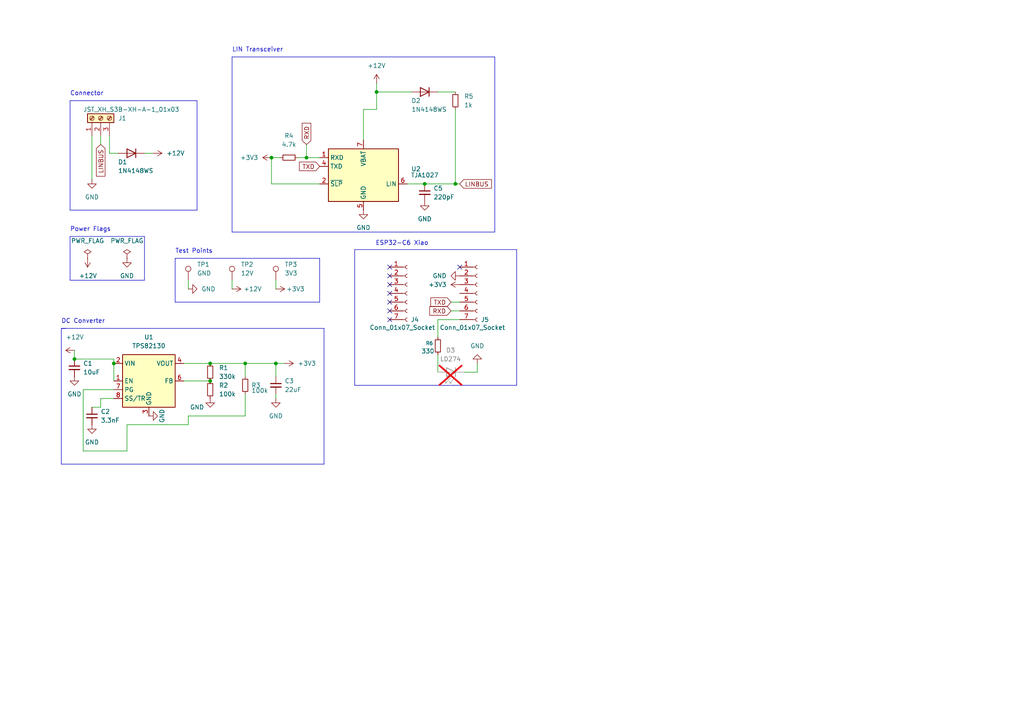
<source format=kicad_sch>
(kicad_sch (version 20250114) (generator "eeschema") (generator_version "9.0")
  (paper "A4")
  (title_block (title "ESP32 DevKit LG HVAC Controller Board") (date "2025-05-03") (rev "1.1"))
  (lib_symbols
    (symbol "Connector:Conn_01x07_Socket" (pin_names (offset 1.016) (hide yes))
      (property "Reference" "J" (at 0 10.16 0))
      (property "Value" "Conn_01x07_Socket" (at 0 -10.16 0))
      (symbol "Conn_01x07_Socket_1_1"
        (polyline (pts (xy -1.27 7.62) (xy -0.508 7.62)) (stroke (width 0.1524)))
        (polyline (pts (xy -1.27 5.08) (xy -0.508 5.08)) (stroke (width 0.1524)))
        (polyline (pts (xy -1.27 2.54) (xy -0.508 2.54)) (stroke (width 0.1524)))
        (polyline (pts (xy -1.27 0) (xy -0.508 0)) (stroke (width 0.1524)))
        (polyline (pts (xy -1.27 -2.54) (xy -0.508 -2.54)) (stroke (width 0.1524)))
        (polyline (pts (xy -1.27 -5.08) (xy -0.508 -5.08)) (stroke (width 0.1524)))
        (polyline (pts (xy -1.27 -7.62) (xy -0.508 -7.62)) (stroke (width 0.1524)))
        (arc (start 0 7.112) (mid -0.5058 7.62) (end 0 8.128) (stroke (width 0.1524)))
        (arc (start 0 4.572) (mid -0.5058 5.08) (end 0 5.588) (stroke (width 0.1524)))
        (arc (start 0 2.032) (mid -0.5058 2.54) (end 0 3.048) (stroke (width 0.1524)))
        (arc (start 0 -0.508) (mid -0.5058 0) (end 0 0.508) (stroke (width 0.1524)))
        (arc (start 0 -3.048) (mid -0.5058 -2.54) (end 0 -2.032) (stroke (width 0.1524)))
        (arc (start 0 -5.588) (mid -0.5058 -5.08) (end 0 -4.572) (stroke (width 0.1524)))
        (arc (start 0 -8.128) (mid -0.5058 -7.62) (end 0 -7.112) (stroke (width 0.1524)))
        (pin passive line (at -5.08 7.62 0) (length 3.81) (name "Pin_1") (number "1"))
        (pin passive line (at -5.08 5.08 0) (length 3.81) (name "Pin_2") (number "2"))
        (pin passive line (at -5.08 2.54 0) (length 3.81) (name "Pin_3") (number "3"))
        (pin passive line (at -5.08 0 0) (length 3.81) (name "Pin_4") (number "4"))
        (pin passive line (at -5.08 -2.54 0) (length 3.81) (name "Pin_5") (number "5"))
        (pin passive line (at -5.08 -5.08 0) (length 3.81) (name "Pin_6") (number "6"))
        (pin passive line (at -5.08 -7.62 0) (length 3.81) (name "Pin_7") (number "7"))
      )
    )
    (symbol "Connector:Screw_Terminal_01x03" (pin_names (offset 1.016) (hide yes))
      (property "Reference" "J" (at 0 5.08 0))
      (property "Value" "Screw_Terminal_01x03" (at 0 -5.08 0))
      (symbol "Screw_Terminal_01x03_1_1"
        (rectangle (start -1.27 3.81) (end 1.27 -3.81) (stroke (width 0.254)) (fill (type background)))
        (polyline (pts (xy -0.5334 2.8702) (xy 0.3302 2.032)) (stroke (width 0.1524)))
        (polyline (pts (xy -0.5334 0.3302) (xy 0.3302 -0.508)) (stroke (width 0.1524)))
        (polyline (pts (xy -0.5334 -2.2098) (xy 0.3302 -3.048)) (stroke (width 0.1524)))
        (polyline (pts (xy -0.3556 3.048) (xy 0.508 2.2098)) (stroke (width 0.1524)))
        (polyline (pts (xy -0.3556 0.508) (xy 0.508 -0.3302)) (stroke (width 0.1524)))
        (polyline (pts (xy -0.3556 -2.032) (xy 0.508 -2.8702)) (stroke (width 0.1524)))
        (circle (center 0 2.54) (radius 0.635) (stroke (width 0.1524)))
        (circle (center 0 0) (radius 0.635) (stroke (width 0.1524)))
        (circle (center 0 -2.54) (radius 0.635) (stroke (width 0.1524)))
        (pin passive line (at -5.08 2.54 0) (length 3.81) (name "Pin_1") (number "1"))
        (pin passive line (at -5.08 0 0) (length 3.81) (name "Pin_2") (number "2"))
        (pin passive line (at -5.08 -2.54 0) (length 3.81) (name "Pin_3") (number "3"))
      )
    )
    (symbol "Connector:TestPoint" (pin_numbers (hide yes)) (pin_names (offset 0.762) (hide yes))
      (property "Reference" "TP" (at 0 6.858 0))
      (property "Value" "TestPoint" (at 0 5.08 0))
      (symbol "TestPoint_0_1"
        (circle (center 0 3.302) (radius 0.762))
      )
      (symbol "TestPoint_1_1"
        (pin passive line (at 0 0 90) (length 2.54) (name "1") (number "1"))
      )
    )
    (symbol "Device:C_Small" (pin_numbers (hide yes)) (pin_names (offset 0.254) (hide yes))
      (property "Reference" "C" (at 0.254 1.778 0))
      (property "Value" "C_Small" (at 0.254 -2.032 0))
      (symbol "C_Small_0_1"
        (polyline (pts (xy -1.524 0.508) (xy 1.524 0.508)) (stroke (width 0.3048)))
        (polyline (pts (xy -1.524 -0.508) (xy 1.524 -0.508)) (stroke (width 0.3302)))
      )
      (symbol "C_Small_1_1"
        (pin passive line (at 0 2.54 270) (length 2.032) (name "~") (number "1"))
        (pin passive line (at 0 -2.54 90) (length 2.032) (name "~") (number "2"))
      )
    )
    (symbol "Device:R_Small" (pin_numbers (hide yes)) (pin_names (offset 0.254) (hide yes))
      (property "Reference" "R" (at 0 0 90))
      (property "Value" "R_Small" (at 1.778 0 90))
      (symbol "R_Small_0_1"
        (rectangle (start -0.762 1.778) (end 0.762 -1.778) (stroke (width 0.2032)))
      )
      (symbol "R_Small_1_1"
        (pin passive line (at 0 2.54 270) (length 0.762) (name "~") (number "1"))
        (pin passive line (at 0 -2.54 90) (length 0.762) (name "~") (number "2"))
      )
    )
    (symbol "Diode:1N4148WS" (pin_numbers (hide yes)) (pin_names (hide yes))
      (property "Reference" "D" (at 0 2.54 0))
      (property "Value" "1N4148WS" (at 0 -2.54 0))
      (symbol "1N4148WS_0_1"
        (polyline (pts (xy -1.27 1.27) (xy -1.27 -1.27)) (stroke (width 0.254)))
        (polyline (pts (xy 1.27 1.27) (xy 1.27 -1.27) (xy -1.27 0) (xy 1.27 1.27)) (stroke (width 0.254)))
        (polyline (pts (xy 1.27 0) (xy -1.27 0)))
      )
      (symbol "1N4148WS_1_1"
        (pin passive line (at -3.81 0 0) (length 2.54) (name "K") (number "1"))
        (pin passive line (at 3.81 0 180) (length 2.54) (name "A") (number "2"))
      )
    )
    (symbol "Interface_CAN_LIN:TJA1029T"
      (property "Reference" "U" (at -10.16 8.89 0))
      (property "Value" "TJA1029T" (at 1.27 8.89 0))
      (symbol "TJA1029T_0_1"
        (rectangle (start -10.16 7.62) (end 10.16 -7.62) (stroke (width 0.254)) (fill (type background)))
      )
      (symbol "TJA1029T_1_1"
        (pin open_collector line (at -12.7 5.08 0) (length 2.54) (name "RXD") (number "1"))
        (pin input line (at -12.7 2.54 0) (length 2.54) (name "TXD") (number "4"))
        (pin input line (at -12.7 -2.54 0) (length 2.54) (name "~{SLP}") (number "2"))
        (pin no_connect line (at -10.16 -5.08 0) (length 2.54) (hide yes) (name "NC") (number "3"))
        (pin power_in line (at 0 10.16 270) (length 2.54) (name "VBAT") (number "7"))
        (pin power_in line (at 0 -10.16 90) (length 2.54) (name "GND") (number "5"))
        (pin no_connect line (at 10.16 2.54 180) (length 2.54) (hide yes) (name "NC") (number "8"))
        (pin bidirectional line (at 12.7 -2.54 180) (length 2.54) (name "LIN") (number "6"))
      )
    )
    (symbol "LED:LD274" (pin_numbers (hide yes)) (pin_names (offset 1.016) (hide yes))
      (property "Reference" "D" (at 0.508 1.778 0))
      (property "Value" "LD274" (at -1.016 -2.794 0))
      (symbol "LD274_0_1"
        (polyline (pts (xy -2.54 1.27) (xy -2.54 -1.27)) (stroke (width 0.254)))
        (polyline (pts (xy -2.413 1.651) (xy -0.889 3.175) (xy -0.889 2.667) (xy -0.889 3.175) (xy -1.397 3.175)))
        (polyline (pts (xy -1.143 1.651) (xy 0.381 3.175) (xy 0.381 2.667)))
        (polyline (pts (xy 0 0) (xy -2.54 0)))
        (polyline (pts (xy 0 -1.27) (xy -2.54 0) (xy 0 1.27) (xy 0 -1.27)) (stroke (width 0.254)))
        (polyline (pts (xy 0.381 3.175) (xy -0.127 3.175)))
      )
      (symbol "LD274_1_1"
        (pin passive line (at -5.08 0 0) (length 2.54) (name "K") (number "1"))
        (pin passive line (at 2.54 0 180) (length 2.54) (name "A") (number "2"))
      )
    )
    (symbol "Regulator_Switching:TPS82130"
      (property "Reference" "U" (at 1.27 11.43 0))
      (property "Value" "TPS82130" (at 5.08 8.89 0))
      (symbol "TPS82130_0_1"
        (rectangle (start -7.62 7.62) (end 7.62 -7.62) (stroke (width 0.254)) (fill (type background)))
      )
      (symbol "TPS82130_1_1"
        (pin power_in line (at -10.16 5.08 0) (length 2.54) (name "VIN") (number "2"))
        (pin input line (at -10.16 0 0) (length 2.54) (name "EN") (number "1"))
        (pin open_collector line (at -10.16 -2.54 0) (length 2.54) (name "PG") (number "7"))
        (pin input line (at -10.16 -5.08 0) (length 2.54) (name "SS/TR") (number "8"))
        (pin power_in line (at 0 -10.16 90) (length 2.54) (name "GND") (number "3"))
        (pin passive line (at 0 -10.16 90) (length 2.54) (hide yes) (name "GND") (number "9"))
        (pin power_out line (at 10.16 5.08 180) (length 2.54) (name "VOUT") (number "4"))
        (pin passive line (at 10.16 5.08 180) (length 2.54) (hide yes) (name "VOUT") (number "5"))
        (pin input line (at 10.16 0 180) (length 2.54) (name "FB") (number "6"))
      )
    )
    (symbol "power:+12V" (power) (pin_numbers (hide yes)) (pin_names (offset 0) (hide yes))
      (property "Value" "+12V" (at 0 3.556 0))
      (symbol "+12V_0_1"
        (polyline (pts (xy -0.762 1.27) (xy 0 2.54)))
        (polyline (pts (xy 0 2.54) (xy 0.762 1.27)))
        (polyline (pts (xy 0 0) (xy 0 2.54)))
      )
      (symbol "+12V_1_1"
        (pin power_in line (at 0 0 90) (length 0) (name "~") (number "1"))
      )
    )
    (symbol "power:+3.3V" (power) (pin_numbers (hide yes)) (pin_names (offset 0) (hide yes))
      (property "Value" "+3.3V" (at 0 3.556 0))
      (symbol "+3.3V_0_1"
        (polyline (pts (xy -0.762 1.27) (xy 0 2.54)))
        (polyline (pts (xy 0 2.54) (xy 0.762 1.27)))
        (polyline (pts (xy 0 0) (xy 0 2.54)))
      )
      (symbol "+3.3V_1_1"
        (pin power_in line (at 0 0 90) (length 0) (name "~") (number "1"))
      )
    )
    (symbol "power:GND" (power) (pin_numbers (hide yes)) (pin_names (offset 0) (hide yes))
      (property "Value" "GND" (at 0 -3.81 0))
      (symbol "GND_0_1"
        (polyline (pts (xy 0 0) (xy 0 -1.27) (xy 1.27 -1.27) (xy 0 -2.54) (xy -1.27 -1.27) (xy 0 -1.27)))
      )
      (symbol "GND_1_1"
        (pin power_in line (at 0 0 270) (length 0) (name "~") (number "1"))
      )
    )
    (symbol "power:PWR_FLAG" (power) (pin_numbers (hide yes)) (pin_names (offset 0) (hide yes))
      (property "Value" "PWR_FLAG" (at 0 3.81 0))
      (symbol "PWR_FLAG_0_0"
        (pin power_out line (at 0 0 90) (length 0) (name "~") (number "1"))
      )
      (symbol "PWR_FLAG_0_1"
        (polyline (pts (xy 0 0) (xy 0 1.27) (xy -1.016 1.905) (xy 0 2.54) (xy 1.016 1.905) (xy 0 1.27)))
      )
    )
  )
  (text "DC Converter" (at 17.78 93.98 0) (effects (font (size 1.27 1.27)) (justify left bottom)))
  (text "Connector" (at 20.32 27.94 0) (effects (font (size 1.27 1.27)) (justify left bottom)))
  (text "Test Points" (at 50.8 73.66 0) (effects (font (size 1.27 1.27)) (justify left bottom)))
  (text "LIN Transceiver" (at 67.31 15.24 0) (effects (font (size 1.27 1.27)) (justify left bottom)))
  (text "Power Flags" (at 20.32 67.31 0) (effects (font (size 1.27 1.27)) (justify left bottom)))
  (text "ESP32-C6 Xiao " (at 117.094 70.612 0) (effects (font (size 1.27 1.27))))
  (junction (at 21.59 104.14))
  (junction (at 123.19 53.34))
  (junction (at 80.01 105.41))
  (junction (at 71.12 105.41))
  (junction (at 33.02 105.41))
  (junction (at 60.96 110.49))
  (junction (at 132.08 53.34))
  (junction (at 60.96 105.41))
  (junction (at 78.74 45.72))
  (junction (at 88.9 45.72))
  (junction (at 109.22 26.67))
  (no_connect (at 113.03 85.09))
  (no_connect (at 133.35 77.47))
  (no_connect (at 113.03 80.01))
  (no_connect (at 113.03 87.63))
  (no_connect (at 113.03 90.17))
  (no_connect (at 113.03 92.71))
  (no_connect (at 113.03 82.55))
  (no_connect (at 113.03 77.47))
  (wire (pts (xy 53.34 110.49) (xy 60.96 110.49)))
  (wire (pts (xy 88.9 45.72) (xy 92.71 45.72)))
  (wire (pts (xy 118.11 53.34) (xy 123.19 53.34)))
  (wire (pts (xy 80.01 105.41) (xy 80.01 109.22)))
  (wire (pts (xy 36.83 130.81) (xy 36.83 123.19)))
  (wire (pts (xy 53.34 105.41) (xy 60.96 105.41)))
  (wire (pts (xy 41.91 44.45) (xy 44.45 44.45)))
  (wire (pts (xy 71.12 105.41) (xy 71.12 109.22)))
  (wire (pts (xy 54.61 81.28) (xy 54.61 83.82)))
  (wire (pts (xy 33.02 105.41) (xy 33.02 110.49)))
  (wire (pts (xy 138.43 105.41) (xy 138.43 107.95)))
  (polyline (pts (xy 57.15 60.96) (xy 20.32 60.96)))
  (polyline (pts (xy 41.91 68.58) (xy 41.91 81.28)))
  (polyline (pts (xy 93.98 134.62) (xy 17.78 134.62)))
  (wire (pts (xy 127 92.71) (xy 133.35 92.71)))
  (wire (pts (xy 130.81 87.63) (xy 133.35 87.63)))
  (wire (pts (xy 132.08 53.34) (xy 133.35 53.34)))
  (wire (pts (xy 78.74 45.72) (xy 81.28 45.72)))
  (polyline (pts (xy 149.86 72.39) (xy 149.86 111.76)))
  (wire (pts (xy 67.31 81.28) (xy 67.31 83.82)))
  (wire (pts (xy 80.01 81.28) (xy 80.01 83.82)))
  (polyline (pts (xy 17.78 95.25) (xy 93.98 95.25)))
  (polyline (pts (xy 20.32 29.21) (xy 57.15 29.21)))
  (wire (pts (xy 24.13 113.03) (xy 24.13 130.81)))
  (polyline (pts (xy 20.32 29.21) (xy 20.32 60.96)))
  (wire (pts (xy 71.12 105.41) (xy 80.01 105.41)))
  (wire (pts (xy 130.81 90.17) (xy 133.35 90.17)))
  (wire (pts (xy 29.21 39.37) (xy 29.21 41.91)))
  (polyline (pts (xy 57.15 29.21) (xy 57.15 60.96)))
  (wire (pts (xy 21.59 101.6) (xy 21.59 104.14)))
  (wire (pts (xy 80.01 105.41) (xy 82.55 105.41)))
  (wire (pts (xy 138.43 107.95) (xy 134.62 107.95)))
  (wire (pts (xy 88.9 41.91) (xy 88.9 45.72)))
  (wire (pts (xy 24.13 130.81) (xy 36.83 130.81)))
  (wire (pts (xy 31.75 44.45) (xy 31.75 39.37)))
  (wire (pts (xy 26.67 118.11) (xy 29.21 118.11)))
  (polyline (pts (xy 20.32 68.58) (xy 41.91 68.58)))
  (wire (pts (xy 33.02 104.14) (xy 33.02 105.41)))
  (polyline (pts (xy 92.71 74.93) (xy 92.71 87.63)))
  (wire (pts (xy 54.61 120.65) (xy 71.12 120.65)))
  (wire (pts (xy 34.29 44.45) (xy 31.75 44.45)))
  (wire (pts (xy 127 26.67) (xy 132.08 26.67)))
  (wire (pts (xy 54.61 123.19) (xy 54.61 120.65)))
  (wire (pts (xy 105.41 40.64) (xy 105.41 31.75)))
  (wire (pts (xy 109.22 24.13) (xy 109.22 26.67)))
  (wire (pts (xy 105.41 31.75) (xy 109.22 31.75)))
  (polyline (pts (xy 41.91 81.28) (xy 20.32 81.28)))
  (polyline (pts (xy 17.78 95.25) (xy 19.05 95.25)))
  (wire (pts (xy 86.36 45.72) (xy 88.9 45.72)))
  (wire (pts (xy 71.12 114.3) (xy 71.12 120.65)))
  (polyline (pts (xy 67.31 16.51) (xy 67.31 67.31)))
  (polyline (pts (xy 149.86 111.76) (xy 102.87 111.76)))
  (wire (pts (xy 109.22 26.67) (xy 119.38 26.67)))
  (polyline (pts (xy 17.78 134.62) (xy 17.78 95.25)))
  (wire (pts (xy 109.22 26.67) (xy 109.22 31.75)))
  (wire (pts (xy 36.83 123.19) (xy 54.61 123.19)))
  (wire (pts (xy 127 92.71) (xy 127 97.79)))
  (wire (pts (xy 26.67 39.37) (xy 26.67 52.07)))
  (wire (pts (xy 123.19 53.34) (xy 132.08 53.34)))
  (polyline (pts (xy 67.31 16.51) (xy 143.51 16.51)))
  (wire (pts (xy 60.96 105.41) (xy 71.12 105.41)))
  (wire (pts (xy 33.02 115.57) (xy 29.21 115.57)))
  (wire (pts (xy 80.01 114.3) (xy 80.01 115.57)))
  (polyline (pts (xy 102.87 72.39) (xy 102.87 111.76)))
  (wire (pts (xy 21.59 104.14) (xy 33.02 104.14)))
  (polyline (pts (xy 67.31 67.31) (xy 143.51 67.31)))
  (polyline (pts (xy 50.8 74.93) (xy 92.71 74.93)))
  (polyline (pts (xy 50.8 74.93) (xy 50.8 87.63)))
  (wire (pts (xy 132.08 31.75) (xy 132.08 53.34)))
  (wire (pts (xy 92.71 53.34) (xy 78.74 53.34)))
  (wire (pts (xy 78.74 53.34) (xy 78.74 45.72)))
  (polyline (pts (xy 92.71 87.63) (xy 50.8 87.63)))
  (wire (pts (xy 33.02 113.03) (xy 24.13 113.03)))
  (polyline (pts (xy 102.87 72.39) (xy 149.86 72.39)))
  (polyline (pts (xy 143.51 67.31) (xy 143.51 16.51)))
  (polyline (pts (xy 20.32 68.58) (xy 20.32 81.28)))
  (wire (pts (xy 29.21 118.11) (xy 29.21 115.57)))
  (wire (pts (xy 127 102.87) (xy 127 107.95)))
  (polyline (pts (xy 93.98 95.25) (xy 93.98 134.62)))
  (global_label "LINBUS" (shape input) (at 133.35 53.34 0) (property "Intersheetrefs" "${INTERSHEET_REFS}" (effects (hide yes))))
  (global_label "RXD" (shape input) (at 130.81 90.17 180) (property "Intersheetrefs" "${INTERSHEET_REFS}" (effects (hide yes))))
  (global_label "TXD" (shape input) (at 130.81 87.63 180) (property "Intersheetrefs" "${INTERSHEET_REFS}" (effects (hide yes))))
  (global_label "TXD" (shape input) (at 92.71 48.26 180) (property "Intersheetrefs" "${INTERSHEET_REFS}" (effects (hide yes))))
  (global_label "LINBUS" (shape input) (at 29.21 41.91 270) (property "Intersheetrefs" "${INTERSHEET_REFS}" (effects (hide yes))))
  (global_label "RXD" (shape input) (at 88.9 41.91 90) (property "Intersheetrefs" "${INTERSHEET_REFS}" (effects (hide yes))))
  (symbol (lib_id "Connector:TestPoint") (at 54.61 81.28 0) (unit 1)
    (property "Reference" "TP1" (at 57.15 76.7079 0) (effects (justify left)))
    (property "Value" "GND" (at 57.15 79.2479 0) (effects (justify left)))
    (property "Footprint" "TestPoint:TestPoint_Pad_D1.0mm" (effects (hide yes)))
    (property "Description" "test point" (effects (hide yes)))
  )
  (symbol (lib_id "Connector:Conn_01x07_Socket") (at 138.43 85.09 0) (unit 1)
    (property "Reference" "J5" (at 139.446 92.71 0) (effects (justify left)))
    (property "Value" "Conn_01x07_Socket" (at 127.508 94.996 0) (effects (justify left)))
    (property "Footprint" "Connector_PinSocket_2.54mm:PinSocket_1x07_P2.54mm_Vertical" (effects (hide yes)))
    (property "Description" "Generic connector, single row, 01x07, script generated" (effects (hide yes)))
  )
  (symbol (lib_id "LED:LD274") (at 129.54 107.95 180) (unit 1) (dnp yes)
    (property "Reference" "D3" (at 130.683 101.6 0))
    (property "Value" "LD274" (at 130.683 104.14 0))
    (property "Footprint" "LED_THT:LED_D5.0mm_IRGrey" (effects (hide yes)))
    (property "Datasheet" "http://pdf.datasheetcatalog.com/datasheet/siemens/LD274.pdf" (effects (hide yes)))
    (property "Description" "950nm IR-LED, 5mm" (effects (hide yes)))
  )
  (symbol (lib_id "power:+3.3V") (at 82.55 105.41 270) (unit 1)
    (property "Reference" "#PWR0113" (effects (hide yes)))
    (property "Value" "+3V3" (at 86.36 105.4099 90) (effects (justify left)))
  )
  (symbol (lib_id "power:GND") (at 105.41 60.96 0) (unit 1)
    (property "Reference" "#PWR0105" (effects (hide yes)))
    (property "Value" "GND" (at 105.41 66.04 0))
  )
  (symbol (lib_id "power:PWR_FLAG") (at 25.4 74.93 0) (unit 1)
    (property "Reference" "#FLG0101" (effects (hide yes)))
    (property "Value" "PWR_FLAG" (at 25.4 69.85 0))
  )
  (symbol (lib_id "Device:R_Small") (at 132.08 29.21 0) (unit 1)
    (property "Reference" "R5" (at 134.62 27.9399 0) (effects (justify left)))
    (property "Value" "1k" (at 134.62 30.4799 0) (effects (justify left)))
    (property "Footprint" "Resistor_SMD:R_0805_2012Metric" (effects (hide yes)))
    (property "LCSC" "C17513" (effects (hide yes)))
  )
  (symbol (lib_id "power:+12V") (at 109.22 24.13 0) (unit 1)
    (property "Reference" "#PWR0103" (effects (hide yes)))
    (property "Value" "+12V" (at 109.22 19.05 0))
  )
  (symbol (lib_id "Regulator_Switching:TPS82130") (at 43.18 110.49 0) (unit 1)
    (property "Reference" "U1" (at 43.18 97.79 0))
    (property "Value" "TPS82130" (at 43.18 100.33 0))
    (property "Footprint" "Package_LGA:Texas_SIL0008D_MicroSiP-8-1EP_2.8x3mm_P0.65mm_EP1.1x1.9mm_ThermalVias" (effects (hide yes)))
    (property "Datasheet" "http://www.ti.com/lit/ds/symlink/tps82130.pdf" (effects (hide yes)))
    (property "Description" "17V Input 3A Step-Down Converter MicroSiP Module with Integrated Inductor, μSiL-8" (effects (hide yes)))
    (property "LCSC" "C473914" (effects (hide yes)))
  )
  (symbol (lib_id "Connector:TestPoint") (at 67.31 81.28 0) (unit 1)
    (property "Reference" "TP2" (at 69.85 76.7079 0) (effects (justify left)))
    (property "Value" "12V" (at 69.85 79.2479 0) (effects (justify left)))
    (property "Footprint" "TestPoint:TestPoint_Pad_D1.0mm" (effects (hide yes)))
    (property "Description" "test point" (effects (hide yes)))
  )
  (symbol (lib_id "power:GND") (at 60.96 115.57 0) (unit 1)
    (property "Reference" "#PWR0102" (effects (hide yes)))
    (property "Value" "GND" (at 57.15 118.11 0))
  )
  (symbol (lib_id "Device:R_Small") (at 83.82 45.72 90) (unit 1)
    (property "Reference" "R4" (at 83.82 39.37 90))
    (property "Value" "4.7k" (at 83.82 41.91 90))
    (property "Footprint" "Resistor_SMD:R_0805_2012Metric" (effects (hide yes)))
    (property "LCSC" "C17673" (effects (hide yes)))
  )
  (symbol (lib_id "power:GND") (at 80.01 115.57 0) (unit 1)
    (property "Reference" "#PWR01" (effects (hide yes)))
    (property "Value" "GND" (at 80.01 120.65 0))
    (property "Description" "Power symbol creates a global label with name \"GND\" , ground" (effects (hide yes)))
  )
  (symbol (lib_id "power:GND") (at 43.18 120.65 90) (unit 1)
    (property "Reference" "#PWR0101" (effects (hide yes)))
    (property "Value" "GND" (at 46.99 120.65 0))
  )
  (symbol (lib_id "power:GND") (at 26.67 52.07 0) (unit 1)
    (property "Reference" "#PWR0104" (effects (hide yes)))
    (property "Value" "GND" (at 26.67 57.15 0))
  )
  (symbol (lib_id "Device:C_Small") (at 123.19 55.88 0) (unit 1)
    (property "Reference" "C5" (at 125.73 54.6162 0) (effects (justify left)))
    (property "Value" "220pF" (at 125.73 57.1562 0) (effects (justify left)))
    (property "Footprint" "Capacitor_SMD:C_0402_1005Metric" (effects (hide yes)))
    (property "LCSC" "C343058" (effects (hide yes)))
  )
  (symbol (lib_id "Connector:Conn_01x07_Socket") (at 118.11 85.09 0) (unit 1)
    (property "Reference" "J4" (at 119.126 92.71 0) (effects (justify left)))
    (property "Value" "Conn_01x07_Socket" (at 107.188 94.996 0) (effects (justify left)))
    (property "Footprint" "Connector_PinSocket_2.54mm:PinSocket_1x07_P2.54mm_Vertical" (effects (hide yes)))
    (property "Description" "Generic connector, single row, 01x07, script generated" (effects (hide yes)))
  )
  (symbol (lib_id "power:+3.3V") (at 133.35 82.55 90) (unit 1)
    (property "Reference" "#PWR0118" (effects (hide yes)))
    (property "Value" "+3V3" (at 129.54 82.5499 90) (effects (justify left)))
  )
  (symbol (lib_id "power:GND") (at 133.35 80.01 270) (unit 1)
    (property "Reference" "#PWR02" (effects (hide yes)))
    (property "Value" "GND" (at 129.54 80.0099 90) (effects (justify right)))
    (property "Description" "Power symbol creates a global label with name \"GND\" , ground" (effects (hide yes)))
  )
  (symbol (lib_id "power:+12V") (at 21.59 101.6 90) (unit 1)
    (property "Reference" "#PWR0112" (effects (hide yes)))
    (property "Value" "+12V" (at 19.05 97.79 90) (effects (justify right)))
  )
  (symbol (lib_id "power:GND") (at 36.83 74.93 0) (unit 1)
    (property "Reference" "#PWR0119" (effects (hide yes)))
    (property "Value" "GND" (at 36.83 80.01 0))
  )
  (symbol (lib_id "Connector:TestPoint") (at 80.01 81.28 0) (unit 1)
    (property "Reference" "TP3" (at 82.55 76.7079 0) (effects (justify left)))
    (property "Value" "3V3" (at 82.55 79.2479 0) (effects (justify left)))
    (property "Footprint" "TestPoint:TestPoint_Pad_D1.0mm" (effects (hide yes)))
    (property "Description" "test point" (effects (hide yes)))
  )
  (symbol (lib_id "power:GND") (at 21.59 109.22 0) (unit 1)
    (property "Reference" "#PWR0111" (effects (hide yes)))
    (property "Value" "GND" (at 21.59 114.3 0))
  )
  (symbol (lib_id "power:GND") (at 138.43 105.41 180) (unit 1)
    (property "Reference" "#PWR03" (effects (hide yes)))
    (property "Value" "GND" (at 138.43 100.33 0))
    (property "Description" "Power symbol creates a global label with name \"GND\" , ground" (effects (hide yes)))
  )
  (symbol (lib_id "power:GND") (at 26.67 123.19 0) (unit 1)
    (property "Reference" "#PWR0110" (effects (hide yes)))
    (property "Value" "GND" (at 26.67 128.27 0))
  )
  (symbol (lib_id "Device:C_Small") (at 26.67 120.65 0) (unit 1)
    (property "Reference" "C2" (at 29.21 119.3862 0) (effects (justify left)))
    (property "Value" "3.3nF" (at 29.21 121.9262 0) (effects (justify left)))
    (property "Footprint" "Capacitor_SMD:C_0402_1005Metric" (effects (hide yes)))
    (property "LCSC" "C26404" (effects (hide yes)))
  )
  (symbol (lib_id "power:+12V") (at 25.4 74.93 180) (unit 1)
    (property "Reference" "#PWR0120" (effects (hide yes)))
    (property "Value" "+12V" (at 22.86 80.01 0) (effects (justify right)))
  )
  (symbol (lib_id "Device:C_Small") (at 21.59 106.68 0) (unit 1)
    (property "Reference" "C1" (at 24.13 105.4162 0) (effects (justify left)))
    (property "Value" "10uF" (at 24.13 107.9562 0) (effects (justify left)))
    (property "Footprint" "Capacitor_SMD:C_1210_3225Metric" (effects (hide yes)))
    (property "LCSC" "C92834" (effects (hide yes)))
  )
  (symbol (lib_id "Diode:1N4148WS") (at 38.1 44.45 180) (unit 1)
    (property "Reference" "D1" (at 35.56 46.99 0))
    (property "Value" "1N4148WS" (at 39.37 49.53 0))
    (property "Footprint" "Diode_SMD:D_SOD-323" (effects (hide yes)))
    (property "Datasheet" "https://www.vishay.com/docs/85751/1n4148ws.pdf" (effects (hide yes)))
    (property "LCSC" "C727111" (effects (hide yes)))
  )
  (symbol (lib_id "power:PWR_FLAG") (at 36.83 74.93 0) (unit 1)
    (property "Reference" "#FLG0102" (effects (hide yes)))
    (property "Value" "PWR_FLAG" (at 36.83 69.85 0))
  )
  (symbol (lib_id "Device:R_Small") (at 127 100.33 0) (unit 1)
    (property "Reference" "R6" (at 123.444 99.568 0) (effects (font (size 1.016 1.016)) (justify left)))
    (property "Value" "330" (at 122.174 101.854 0) (effects (justify left)))
    (property "Footprint" "Resistor_SMD:R_0805_2012Metric" (effects (hide yes)))
    (property "Description" "Resistor, small symbol" (effects (hide yes)))
  )
  (symbol (lib_id "Device:R_Small") (at 60.96 113.03 180) (unit 1)
    (property "Reference" "R2" (at 63.5 111.7599 0) (effects (justify right)))
    (property "Value" "100k" (at 63.5 114.2999 0) (effects (justify right)))
    (property "Footprint" "Resistor_SMD:R_0805_2012Metric" (effects (hide yes)))
    (property "LCSC" "C149504" (effects (hide yes)))
  )
  (symbol (lib_id "Interface_CAN_LIN:TJA1029T") (at 105.41 50.8 0) (unit 1)
    (property "Reference" "U2" (at 120.65 49.0093 0))
    (property "Value" "TJA1027" (at 123.19 50.8 0))
    (property "Footprint" "Package_SO:SOIC-8_3.9x4.9mm_P1.27mm" (effects (hide yes)))
    (property "Datasheet" "http://www.nxp.com/docs/en/data-sheet/TJA1029.pdf" (effects (hide yes)))
    (property "LCSC" "C194371" (effects (hide yes)))
  )
  (symbol (lib_id "power:+12V") (at 67.31 83.82 270) (unit 1)
    (property "Reference" "#PWR05" (effects (hide yes)))
    (property "Value" "+12V" (at 75.946 83.82 90) (effects (justify right)))
  )
  (symbol (lib_id "power:+3.3V") (at 80.01 83.82 270) (unit 1)
    (property "Reference" "#PWR04" (effects (hide yes)))
    (property "Value" "+3V3" (at 83.058 83.82 90) (effects (justify left)))
  )
  (symbol (lib_id "power:GND") (at 54.61 83.82 90) (unit 1)
    (property "Reference" "#PWR06" (effects (hide yes)))
    (property "Value" "GND" (at 58.42 83.8199 90) (effects (justify right)))
    (property "Description" "Power symbol creates a global label with name \"GND\" , ground" (effects (hide yes)))
  )
  (symbol (lib_id "power:+3.3V") (at 78.74 45.72 90) (unit 1)
    (property "Reference" "#PWR0108" (effects (hide yes)))
    (property "Value" "+3V3" (at 74.93 45.7199 90) (effects (justify left)))
  )
  (symbol (lib_id "Connector:Screw_Terminal_01x03") (at 29.21 34.29 90) (unit 1)
    (property "Reference" "J1" (at 34.29 34.29 90) (effects (justify right)))
    (property "Value" "JST_XH_S3B-XH-A-1_01x03" (at 24.13 31.75 90) (effects (justify right)))
    (property "Footprint" "Connector_JST:JST_XH_S3B-XH-A-1_1x03_P2.50mm_Horizontal" (effects (hide yes)))
    (property "LCSC" "C157928" (effects (hide yes)))
  )
  (symbol (lib_id "Device:C_Small") (at 80.01 111.76 0) (unit 1)
    (property "Reference" "C3" (at 82.55 110.4962 0) (effects (justify left)))
    (property "Value" "22uF" (at 82.55 113.0362 0) (effects (justify left)))
    (property "Footprint" "Capacitor_SMD:C_0805_2012Metric" (effects (hide yes)))
    (property "Description" "Unpolarized capacitor, small symbol" (effects (hide yes)))
    (property "LCSC" "C342717" (effects (hide yes)))
  )
  (symbol (lib_id "Device:R_Small") (at 71.12 111.76 180) (unit 1)
    (property "Reference" "R3" (at 72.898 111.76 0) (effects (justify right)))
    (property "Value" "100k" (at 72.898 113.284 0) (effects (justify right)))
    (property "Footprint" "Resistor_SMD:R_0805_2012Metric" (effects (hide yes)))
    (property "LCSC" "C149504" (effects (hide yes)))
  )
  (symbol (lib_id "power:GND") (at 123.19 58.42 0) (unit 1)
    (property "Reference" "#PWR0106" (effects (hide yes)))
    (property "Value" "GND" (at 123.19 63.5 0))
  )
  (symbol (lib_id "Diode:1N4148WS") (at 123.19 26.67 180) (unit 1)
    (property "Reference" "D2" (at 120.65 29.21 0))
    (property "Value" "1N4148WS" (at 124.46 31.75 0))
    (property "Footprint" "Diode_SMD:D_SOD-323" (effects (hide yes)))
    (property "Datasheet" "https://www.vishay.com/docs/85751/1n4148ws.pdf" (effects (hide yes)))
    (property "LCSC" "C727111" (effects (hide yes)))
  )
  (symbol (lib_id "Device:R_Small") (at 60.96 107.95 180) (unit 1)
    (property "Reference" "R1" (at 63.5 106.6799 0) (effects (justify right)))
    (property "Value" "330k" (at 63.5 109.2199 0) (effects (justify right)))
    (property "Footprint" "Resistor_SMD:R_0805_2012Metric" (effects (hide yes)))
    (property "LCSC" "C17629" (effects (hide yes)))
  )
  (symbol (lib_id "power:+12V") (at 44.45 44.45 270) (unit 1)
    (property "Reference" "#PWR0107" (effects (hide yes)))
    (property "Value" "+12V" (at 48.26 44.4499 90) (effects (justify left)))
  )
)
</source>
